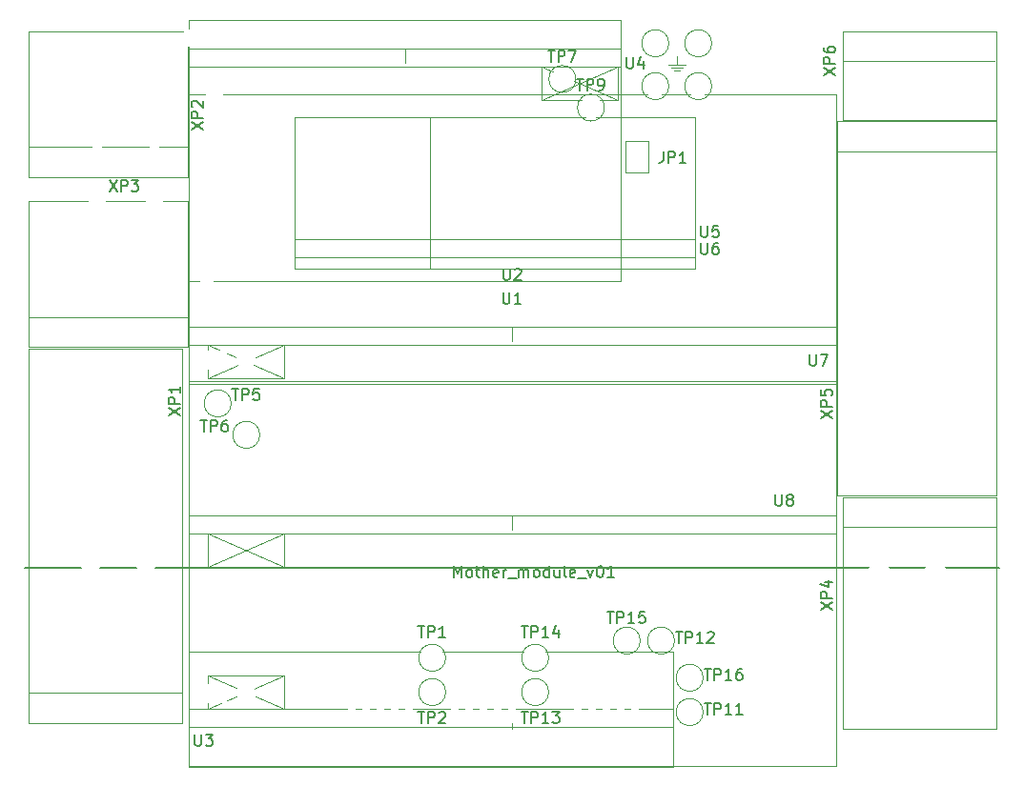
<source format=gbr>
%TF.GenerationSoftware,KiCad,Pcbnew,(5.1.10)-1*%
%TF.CreationDate,2021-06-06T16:07:07+07:00*%
%TF.ProjectId,Mother_module,4d6f7468-6572-45f6-9d6f-64756c652e6b,rev?*%
%TF.SameCoordinates,Original*%
%TF.FileFunction,Legend,Top*%
%TF.FilePolarity,Positive*%
%FSLAX46Y46*%
G04 Gerber Fmt 4.6, Leading zero omitted, Abs format (unit mm)*
G04 Created by KiCad (PCBNEW (5.1.10)-1) date 2021-06-06 16:07:07*
%MOMM*%
%LPD*%
G01*
G04 APERTURE LIST*
%ADD10C,0.120000*%
%ADD11C,0.150000*%
%ADD12C,0.050000*%
%ADD13C,1.900000*%
%ADD14R,1.900000X1.900000*%
%ADD15C,2.000000*%
%ADD16R,1.700000X2.400000*%
%ADD17O,1.700000X2.400000*%
%ADD18C,1.700000*%
%ADD19R,1.700000X1.700000*%
%ADD20R,2.400000X1.700000*%
%ADD21O,2.400000X1.700000*%
%ADD22O,2.000000X2.400000*%
%ADD23C,0.100000*%
%ADD24C,1.600000*%
%ADD25R,0.750000X2.100000*%
G04 APERTURE END LIST*
D10*
X114351000Y-80823000D02*
X114859000Y-80823000D01*
X114097000Y-80569000D02*
X115113000Y-80569000D01*
X113843000Y-80315000D02*
X115367000Y-80315000D01*
X114605000Y-79553000D02*
X114605000Y-80315000D01*
D11*
X56750000Y-125000000D02*
X143249640Y-125000000D01*
X94833571Y-125852380D02*
X94833571Y-124852380D01*
X95166904Y-125566666D01*
X95500238Y-124852380D01*
X95500238Y-125852380D01*
X96119285Y-125852380D02*
X96024047Y-125804761D01*
X95976428Y-125757142D01*
X95928809Y-125661904D01*
X95928809Y-125376190D01*
X95976428Y-125280952D01*
X96024047Y-125233333D01*
X96119285Y-125185714D01*
X96262142Y-125185714D01*
X96357380Y-125233333D01*
X96405000Y-125280952D01*
X96452619Y-125376190D01*
X96452619Y-125661904D01*
X96405000Y-125757142D01*
X96357380Y-125804761D01*
X96262142Y-125852380D01*
X96119285Y-125852380D01*
X96738333Y-125185714D02*
X97119285Y-125185714D01*
X96881190Y-124852380D02*
X96881190Y-125709523D01*
X96928809Y-125804761D01*
X97024047Y-125852380D01*
X97119285Y-125852380D01*
X97452619Y-125852380D02*
X97452619Y-124852380D01*
X97881190Y-125852380D02*
X97881190Y-125328571D01*
X97833571Y-125233333D01*
X97738333Y-125185714D01*
X97595476Y-125185714D01*
X97500238Y-125233333D01*
X97452619Y-125280952D01*
X98738333Y-125804761D02*
X98643095Y-125852380D01*
X98452619Y-125852380D01*
X98357380Y-125804761D01*
X98309761Y-125709523D01*
X98309761Y-125328571D01*
X98357380Y-125233333D01*
X98452619Y-125185714D01*
X98643095Y-125185714D01*
X98738333Y-125233333D01*
X98785952Y-125328571D01*
X98785952Y-125423809D01*
X98309761Y-125519047D01*
X99214523Y-125852380D02*
X99214523Y-125185714D01*
X99214523Y-125376190D02*
X99262142Y-125280952D01*
X99309761Y-125233333D01*
X99405000Y-125185714D01*
X99500238Y-125185714D01*
X99595476Y-125947619D02*
X100357380Y-125947619D01*
X100595476Y-125852380D02*
X100595476Y-125185714D01*
X100595476Y-125280952D02*
X100643095Y-125233333D01*
X100738333Y-125185714D01*
X100881190Y-125185714D01*
X100976428Y-125233333D01*
X101024047Y-125328571D01*
X101024047Y-125852380D01*
X101024047Y-125328571D02*
X101071666Y-125233333D01*
X101166904Y-125185714D01*
X101309761Y-125185714D01*
X101405000Y-125233333D01*
X101452619Y-125328571D01*
X101452619Y-125852380D01*
X102071666Y-125852380D02*
X101976428Y-125804761D01*
X101928809Y-125757142D01*
X101881190Y-125661904D01*
X101881190Y-125376190D01*
X101928809Y-125280952D01*
X101976428Y-125233333D01*
X102071666Y-125185714D01*
X102214523Y-125185714D01*
X102309761Y-125233333D01*
X102357380Y-125280952D01*
X102405000Y-125376190D01*
X102405000Y-125661904D01*
X102357380Y-125757142D01*
X102309761Y-125804761D01*
X102214523Y-125852380D01*
X102071666Y-125852380D01*
X103262142Y-125852380D02*
X103262142Y-124852380D01*
X103262142Y-125804761D02*
X103166904Y-125852380D01*
X102976428Y-125852380D01*
X102881190Y-125804761D01*
X102833571Y-125757142D01*
X102785952Y-125661904D01*
X102785952Y-125376190D01*
X102833571Y-125280952D01*
X102881190Y-125233333D01*
X102976428Y-125185714D01*
X103166904Y-125185714D01*
X103262142Y-125233333D01*
X104166904Y-125185714D02*
X104166904Y-125852380D01*
X103738333Y-125185714D02*
X103738333Y-125709523D01*
X103785952Y-125804761D01*
X103881190Y-125852380D01*
X104024047Y-125852380D01*
X104119285Y-125804761D01*
X104166904Y-125757142D01*
X104785952Y-125852380D02*
X104690714Y-125804761D01*
X104643095Y-125709523D01*
X104643095Y-124852380D01*
X105547857Y-125804761D02*
X105452619Y-125852380D01*
X105262142Y-125852380D01*
X105166904Y-125804761D01*
X105119285Y-125709523D01*
X105119285Y-125328571D01*
X105166904Y-125233333D01*
X105262142Y-125185714D01*
X105452619Y-125185714D01*
X105547857Y-125233333D01*
X105595476Y-125328571D01*
X105595476Y-125423809D01*
X105119285Y-125519047D01*
X105785952Y-125947619D02*
X106547857Y-125947619D01*
X106690714Y-125185714D02*
X106928809Y-125852380D01*
X107166904Y-125185714D01*
X107738333Y-124852380D02*
X107833571Y-124852380D01*
X107928809Y-124900000D01*
X107976428Y-124947619D01*
X108024047Y-125042857D01*
X108071666Y-125233333D01*
X108071666Y-125471428D01*
X108024047Y-125661904D01*
X107976428Y-125757142D01*
X107928809Y-125804761D01*
X107833571Y-125852380D01*
X107738333Y-125852380D01*
X107643095Y-125804761D01*
X107595476Y-125757142D01*
X107547857Y-125661904D01*
X107500238Y-125471428D01*
X107500238Y-125233333D01*
X107547857Y-125042857D01*
X107595476Y-124947619D01*
X107643095Y-124900000D01*
X107738333Y-124852380D01*
X109024047Y-125852380D02*
X108452619Y-125852380D01*
X108738333Y-125852380D02*
X108738333Y-124852380D01*
X108643095Y-124995238D01*
X108547857Y-125090476D01*
X108452619Y-125138095D01*
D12*
%TO.C,XP2*%
X71193000Y-87617000D02*
X57096000Y-87617000D01*
D10*
X71193000Y-77330000D02*
X71193000Y-90284000D01*
X71193000Y-90284000D02*
X57059000Y-90284000D01*
X57059000Y-90284000D02*
X57059000Y-77330000D01*
X57059000Y-77330000D02*
X71193000Y-77330000D01*
D12*
%TO.C,XP6*%
X129442000Y-79998000D02*
X142842000Y-79998000D01*
D10*
X129315000Y-85205000D02*
X129315000Y-77331000D01*
X129315000Y-85205000D02*
X142969000Y-85205000D01*
X142969000Y-85205000D02*
X142969000Y-77331000D01*
X129315000Y-77331000D02*
X142969000Y-77331000D01*
%TO.C,TP10*%
X117710000Y-82220000D02*
G75*
G03*
X117710000Y-82220000I-1200000J0D01*
G01*
%TO.C,TP9*%
X108185000Y-84125000D02*
G75*
G03*
X108185000Y-84125000I-1200000J0D01*
G01*
%TO.C,TP8*%
X117710000Y-78410000D02*
G75*
G03*
X117710000Y-78410000I-1200000J0D01*
G01*
%TO.C,TP7*%
X105645000Y-81585000D02*
G75*
G03*
X105645000Y-81585000I-1200000J0D01*
G01*
%TO.C,U6*%
X80634000Y-84947500D02*
X116194000Y-84947500D01*
X116194000Y-84947500D02*
X116194000Y-98447500D01*
X80634000Y-98447500D02*
X80634000Y-84947500D01*
X80634000Y-95847500D02*
X116194000Y-95847500D01*
X80634000Y-97447500D02*
X116194000Y-97447500D01*
X80634000Y-98447500D02*
X116194000Y-98447500D01*
%TO.C,U4*%
X71300000Y-76310000D02*
X71300000Y-99580000D01*
X71300000Y-99580000D02*
X109654000Y-99580000D01*
X109654000Y-99580000D02*
X109654000Y-76310000D01*
X109654000Y-76310000D02*
X71300000Y-76310000D01*
X71300000Y-80450000D02*
X109654000Y-80450000D01*
X71300000Y-78850000D02*
X109654000Y-78850000D01*
X90475000Y-78850000D02*
X90475000Y-80120000D01*
X102594000Y-80450000D02*
X102594000Y-83450000D01*
X109344000Y-80450000D02*
X109344000Y-83450000D01*
X102594000Y-80450000D02*
X109344000Y-83450000D01*
X109344000Y-83450000D02*
X102594000Y-83450000D01*
X102594000Y-83450000D02*
X109344000Y-80450000D01*
%TO.C,U5*%
X92694000Y-98447500D02*
X116194000Y-98447500D01*
X92694000Y-97447500D02*
X116194000Y-97447500D01*
X92694000Y-95847500D02*
X116194000Y-95847500D01*
X92694000Y-98447500D02*
X92694000Y-84947500D01*
X116194000Y-84947500D02*
X116194000Y-98447500D01*
X92694000Y-84947500D02*
X116194000Y-84947500D01*
%TO.C,U7*%
X72955000Y-108173000D02*
X79705000Y-105173000D01*
X79705000Y-108173000D02*
X72955000Y-108173000D01*
X72955000Y-105173000D02*
X79705000Y-108173000D01*
X100000000Y-103573000D02*
X100000000Y-104843000D01*
X71250000Y-108673000D02*
X71250000Y-82953000D01*
X71250000Y-82953000D02*
X128750000Y-82953000D01*
X128750000Y-82953000D02*
X128750000Y-108673000D01*
X128750000Y-108673000D02*
X71250000Y-108673000D01*
X71250000Y-103573000D02*
X128750000Y-103573000D01*
X71250000Y-105173000D02*
X128750000Y-105173000D01*
X72955000Y-108173000D02*
X72955000Y-105173000D01*
X79705000Y-108173000D02*
X79705000Y-105173000D01*
%TO.C,U8*%
X72955000Y-124979000D02*
X79705000Y-121979000D01*
X79705000Y-124979000D02*
X72955000Y-124979000D01*
X72955000Y-121979000D02*
X79705000Y-124979000D01*
X100000000Y-120379000D02*
X100000000Y-121649000D01*
X71250000Y-142599000D02*
X71250000Y-108441000D01*
X71250000Y-108441000D02*
X128750000Y-108441000D01*
X128750000Y-108441000D02*
X128750000Y-142599000D01*
X128750000Y-142599000D02*
X71250000Y-142599000D01*
X71250000Y-120379000D02*
X128750000Y-120379000D01*
X71250000Y-121979000D02*
X128750000Y-121979000D01*
X72955000Y-124979000D02*
X72955000Y-121979000D01*
X79705000Y-124979000D02*
X79705000Y-121979000D01*
%TO.C,TP4*%
X113900000Y-82220000D02*
G75*
G03*
X113900000Y-82220000I-1200000J0D01*
G01*
%TO.C,TP3*%
X113900000Y-78410000D02*
G75*
G03*
X113900000Y-78410000I-1200000J0D01*
G01*
%TO.C,JP1*%
X112049000Y-89880000D02*
X110049000Y-89880000D01*
X112049000Y-87080000D02*
X112049000Y-89880000D01*
X110049000Y-87080000D02*
X112049000Y-87080000D01*
X110049000Y-89880000D02*
X110049000Y-87080000D01*
D12*
%TO.C,XP3*%
X71186500Y-102730000D02*
X57089500Y-102730000D01*
D10*
X71186500Y-92443000D02*
X71186500Y-105397000D01*
X71186500Y-105397000D02*
X57052500Y-105397000D01*
X57052500Y-105397000D02*
X57052500Y-92443000D01*
X57052500Y-92443000D02*
X71186500Y-92443000D01*
%TO.C,TP16*%
X116948000Y-134798000D02*
G75*
G03*
X116948000Y-134798000I-1200000J0D01*
G01*
%TO.C,TP15*%
X111360000Y-131496000D02*
G75*
G03*
X111360000Y-131496000I-1200000J0D01*
G01*
%TO.C,TP12*%
X114408000Y-131496000D02*
G75*
G03*
X114408000Y-131496000I-1200000J0D01*
G01*
%TO.C,TP11*%
X116948000Y-137846000D02*
G75*
G03*
X116948000Y-137846000I-1200000J0D01*
G01*
%TO.C,TP14*%
X103232000Y-133020000D02*
G75*
G03*
X103232000Y-133020000I-1200000J0D01*
G01*
%TO.C,TP13*%
X103232000Y-136068000D02*
G75*
G03*
X103232000Y-136068000I-1200000J0D01*
G01*
%TO.C,XP1*%
X70698500Y-138798000D02*
X57044500Y-138798000D01*
X57044500Y-105524000D02*
X57044500Y-138798000D01*
X70698500Y-105524000D02*
X57044500Y-105524000D01*
X70698500Y-105524000D02*
X70698500Y-138798000D01*
D12*
X70571500Y-136131000D02*
X57171500Y-136131000D01*
D10*
%TO.C,TP2*%
X94088000Y-136068000D02*
G75*
G03*
X94088000Y-136068000I-1200000J0D01*
G01*
D12*
%TO.C,XP4*%
X129478500Y-121400000D02*
X142878500Y-121400000D01*
D10*
X129351500Y-139307000D02*
X129351500Y-118733000D01*
X129351500Y-139307000D02*
X143005500Y-139307000D01*
X143005500Y-139307000D02*
X143005500Y-118733000D01*
X129351500Y-118733000D02*
X143005500Y-118733000D01*
%TO.C,TP1*%
X94088000Y-133020000D02*
G75*
G03*
X94088000Y-133020000I-1200000J0D01*
G01*
%TO.C,U3*%
X100000000Y-138092000D02*
X100000000Y-139342000D01*
X72955000Y-137592000D02*
X79705000Y-134592000D01*
X79705000Y-134592000D02*
X72955000Y-134592000D01*
X72955000Y-134592000D02*
X79705000Y-137592000D01*
X71250000Y-142692000D02*
X71250000Y-132512000D01*
X71250000Y-132512000D02*
X114303000Y-132512000D01*
X114303000Y-132512000D02*
X114303000Y-142692000D01*
X114303000Y-142692000D02*
X71250000Y-142692000D01*
X71250000Y-137592000D02*
X114303000Y-137592000D01*
X71250000Y-139192000D02*
X114303000Y-139192000D01*
X72955000Y-137592000D02*
X72955000Y-134592000D01*
X79705000Y-137592000D02*
X79705000Y-134592000D01*
D12*
%TO.C,XP5*%
X128870500Y-87999000D02*
X142967500Y-87999000D01*
D10*
X128870500Y-118606000D02*
X128870500Y-85332000D01*
X128870500Y-85332000D02*
X143004500Y-85332000D01*
X143004500Y-85332000D02*
X143004500Y-118606000D01*
X143004500Y-118606000D02*
X128870500Y-118606000D01*
%TO.C,TP6*%
X77578000Y-113208000D02*
G75*
G03*
X77578000Y-113208000I-1200000J0D01*
G01*
%TO.C,TP5*%
X75038000Y-110414000D02*
G75*
G03*
X75038000Y-110414000I-1200000J0D01*
G01*
%TO.C,XP2*%
D11*
X71512380Y-86069523D02*
X72512380Y-85402857D01*
X71512380Y-85402857D02*
X72512380Y-86069523D01*
X72512380Y-85021904D02*
X71512380Y-85021904D01*
X71512380Y-84640952D01*
X71560000Y-84545714D01*
X71607619Y-84498095D01*
X71702857Y-84450476D01*
X71845714Y-84450476D01*
X71940952Y-84498095D01*
X71988571Y-84545714D01*
X72036190Y-84640952D01*
X72036190Y-85021904D01*
X71607619Y-84069523D02*
X71560000Y-84021904D01*
X71512380Y-83926666D01*
X71512380Y-83688571D01*
X71560000Y-83593333D01*
X71607619Y-83545714D01*
X71702857Y-83498095D01*
X71798095Y-83498095D01*
X71940952Y-83545714D01*
X72512380Y-84117142D01*
X72512380Y-83498095D01*
%TO.C,XP6*%
X127646380Y-81243523D02*
X128646380Y-80576857D01*
X127646380Y-80576857D02*
X128646380Y-81243523D01*
X128646380Y-80195904D02*
X127646380Y-80195904D01*
X127646380Y-79814952D01*
X127694000Y-79719714D01*
X127741619Y-79672095D01*
X127836857Y-79624476D01*
X127979714Y-79624476D01*
X128074952Y-79672095D01*
X128122571Y-79719714D01*
X128170190Y-79814952D01*
X128170190Y-80195904D01*
X127646380Y-78767333D02*
X127646380Y-78957809D01*
X127694000Y-79053047D01*
X127741619Y-79100666D01*
X127884476Y-79195904D01*
X128074952Y-79243523D01*
X128455904Y-79243523D01*
X128551142Y-79195904D01*
X128598761Y-79148285D01*
X128646380Y-79053047D01*
X128646380Y-78862571D01*
X128598761Y-78767333D01*
X128551142Y-78719714D01*
X128455904Y-78672095D01*
X128217809Y-78672095D01*
X128122571Y-78719714D01*
X128074952Y-78767333D01*
X128027333Y-78862571D01*
X128027333Y-79053047D01*
X128074952Y-79148285D01*
X128122571Y-79195904D01*
X128217809Y-79243523D01*
%TO.C,TP9*%
X105723095Y-81579380D02*
X106294523Y-81579380D01*
X106008809Y-82579380D02*
X106008809Y-81579380D01*
X106627857Y-82579380D02*
X106627857Y-81579380D01*
X107008809Y-81579380D01*
X107104047Y-81627000D01*
X107151666Y-81674619D01*
X107199285Y-81769857D01*
X107199285Y-81912714D01*
X107151666Y-82007952D01*
X107104047Y-82055571D01*
X107008809Y-82103190D01*
X106627857Y-82103190D01*
X107675476Y-82579380D02*
X107865952Y-82579380D01*
X107961190Y-82531761D01*
X108008809Y-82484142D01*
X108104047Y-82341285D01*
X108151666Y-82150809D01*
X108151666Y-81769857D01*
X108104047Y-81674619D01*
X108056428Y-81627000D01*
X107961190Y-81579380D01*
X107770714Y-81579380D01*
X107675476Y-81627000D01*
X107627857Y-81674619D01*
X107580238Y-81769857D01*
X107580238Y-82007952D01*
X107627857Y-82103190D01*
X107675476Y-82150809D01*
X107770714Y-82198428D01*
X107961190Y-82198428D01*
X108056428Y-82150809D01*
X108104047Y-82103190D01*
X108151666Y-82007952D01*
%TO.C,TP7*%
X103183095Y-79039380D02*
X103754523Y-79039380D01*
X103468809Y-80039380D02*
X103468809Y-79039380D01*
X104087857Y-80039380D02*
X104087857Y-79039380D01*
X104468809Y-79039380D01*
X104564047Y-79087000D01*
X104611666Y-79134619D01*
X104659285Y-79229857D01*
X104659285Y-79372714D01*
X104611666Y-79467952D01*
X104564047Y-79515571D01*
X104468809Y-79563190D01*
X104087857Y-79563190D01*
X104992619Y-79039380D02*
X105659285Y-79039380D01*
X105230714Y-80039380D01*
%TO.C,U6*%
X116764095Y-96150380D02*
X116764095Y-96959904D01*
X116811714Y-97055142D01*
X116859333Y-97102761D01*
X116954571Y-97150380D01*
X117145047Y-97150380D01*
X117240285Y-97102761D01*
X117287904Y-97055142D01*
X117335523Y-96959904D01*
X117335523Y-96150380D01*
X118240285Y-96150380D02*
X118049809Y-96150380D01*
X117954571Y-96198000D01*
X117906952Y-96245619D01*
X117811714Y-96388476D01*
X117764095Y-96578952D01*
X117764095Y-96959904D01*
X117811714Y-97055142D01*
X117859333Y-97102761D01*
X117954571Y-97150380D01*
X118145047Y-97150380D01*
X118240285Y-97102761D01*
X118287904Y-97055142D01*
X118335523Y-96959904D01*
X118335523Y-96721809D01*
X118287904Y-96626571D01*
X118240285Y-96578952D01*
X118145047Y-96531333D01*
X117954571Y-96531333D01*
X117859333Y-96578952D01*
X117811714Y-96626571D01*
X117764095Y-96721809D01*
%TO.C,U4*%
X110160095Y-79640380D02*
X110160095Y-80449904D01*
X110207714Y-80545142D01*
X110255333Y-80592761D01*
X110350571Y-80640380D01*
X110541047Y-80640380D01*
X110636285Y-80592761D01*
X110683904Y-80545142D01*
X110731523Y-80449904D01*
X110731523Y-79640380D01*
X111636285Y-79973714D02*
X111636285Y-80640380D01*
X111398190Y-79592761D02*
X111160095Y-80307047D01*
X111779142Y-80307047D01*
%TO.C,U5*%
X116764095Y-94626380D02*
X116764095Y-95435904D01*
X116811714Y-95531142D01*
X116859333Y-95578761D01*
X116954571Y-95626380D01*
X117145047Y-95626380D01*
X117240285Y-95578761D01*
X117287904Y-95531142D01*
X117335523Y-95435904D01*
X117335523Y-94626380D01*
X118287904Y-94626380D02*
X117811714Y-94626380D01*
X117764095Y-95102571D01*
X117811714Y-95054952D01*
X117906952Y-95007333D01*
X118145047Y-95007333D01*
X118240285Y-95054952D01*
X118287904Y-95102571D01*
X118335523Y-95197809D01*
X118335523Y-95435904D01*
X118287904Y-95531142D01*
X118240285Y-95578761D01*
X118145047Y-95626380D01*
X117906952Y-95626380D01*
X117811714Y-95578761D01*
X117764095Y-95531142D01*
%TO.C,U7*%
X126416095Y-106056380D02*
X126416095Y-106865904D01*
X126463714Y-106961142D01*
X126511333Y-107008761D01*
X126606571Y-107056380D01*
X126797047Y-107056380D01*
X126892285Y-107008761D01*
X126939904Y-106961142D01*
X126987523Y-106865904D01*
X126987523Y-106056380D01*
X127368476Y-106056380D02*
X128035142Y-106056380D01*
X127606571Y-107056380D01*
%TO.C,U8*%
X123368095Y-118502380D02*
X123368095Y-119311904D01*
X123415714Y-119407142D01*
X123463333Y-119454761D01*
X123558571Y-119502380D01*
X123749047Y-119502380D01*
X123844285Y-119454761D01*
X123891904Y-119407142D01*
X123939523Y-119311904D01*
X123939523Y-118502380D01*
X124558571Y-118930952D02*
X124463333Y-118883333D01*
X124415714Y-118835714D01*
X124368095Y-118740476D01*
X124368095Y-118692857D01*
X124415714Y-118597619D01*
X124463333Y-118550000D01*
X124558571Y-118502380D01*
X124749047Y-118502380D01*
X124844285Y-118550000D01*
X124891904Y-118597619D01*
X124939523Y-118692857D01*
X124939523Y-118740476D01*
X124891904Y-118835714D01*
X124844285Y-118883333D01*
X124749047Y-118930952D01*
X124558571Y-118930952D01*
X124463333Y-118978571D01*
X124415714Y-119026190D01*
X124368095Y-119121428D01*
X124368095Y-119311904D01*
X124415714Y-119407142D01*
X124463333Y-119454761D01*
X124558571Y-119502380D01*
X124749047Y-119502380D01*
X124844285Y-119454761D01*
X124891904Y-119407142D01*
X124939523Y-119311904D01*
X124939523Y-119121428D01*
X124891904Y-119026190D01*
X124844285Y-118978571D01*
X124749047Y-118930952D01*
%TO.C,JP1*%
X113407666Y-88040380D02*
X113407666Y-88754666D01*
X113360047Y-88897523D01*
X113264809Y-88992761D01*
X113121952Y-89040380D01*
X113026714Y-89040380D01*
X113883857Y-89040380D02*
X113883857Y-88040380D01*
X114264809Y-88040380D01*
X114360047Y-88088000D01*
X114407666Y-88135619D01*
X114455285Y-88230857D01*
X114455285Y-88373714D01*
X114407666Y-88468952D01*
X114360047Y-88516571D01*
X114264809Y-88564190D01*
X113883857Y-88564190D01*
X115407666Y-89040380D02*
X114836238Y-89040380D01*
X115121952Y-89040380D02*
X115121952Y-88040380D01*
X115026714Y-88183238D01*
X114931476Y-88278476D01*
X114836238Y-88326095D01*
%TO.C,XP3*%
X64216976Y-90562380D02*
X64883642Y-91562380D01*
X64883642Y-90562380D02*
X64216976Y-91562380D01*
X65264595Y-91562380D02*
X65264595Y-90562380D01*
X65645547Y-90562380D01*
X65740785Y-90610000D01*
X65788404Y-90657619D01*
X65836023Y-90752857D01*
X65836023Y-90895714D01*
X65788404Y-90990952D01*
X65740785Y-91038571D01*
X65645547Y-91086190D01*
X65264595Y-91086190D01*
X66169357Y-90562380D02*
X66788404Y-90562380D01*
X66455071Y-90943333D01*
X66597928Y-90943333D01*
X66693166Y-90990952D01*
X66740785Y-91038571D01*
X66788404Y-91133809D01*
X66788404Y-91371904D01*
X66740785Y-91467142D01*
X66693166Y-91514761D01*
X66597928Y-91562380D01*
X66312214Y-91562380D01*
X66216976Y-91514761D01*
X66169357Y-91467142D01*
%TO.C,TP16*%
X117057904Y-133996380D02*
X117629333Y-133996380D01*
X117343619Y-134996380D02*
X117343619Y-133996380D01*
X117962666Y-134996380D02*
X117962666Y-133996380D01*
X118343619Y-133996380D01*
X118438857Y-134044000D01*
X118486476Y-134091619D01*
X118534095Y-134186857D01*
X118534095Y-134329714D01*
X118486476Y-134424952D01*
X118438857Y-134472571D01*
X118343619Y-134520190D01*
X117962666Y-134520190D01*
X119486476Y-134996380D02*
X118915047Y-134996380D01*
X119200761Y-134996380D02*
X119200761Y-133996380D01*
X119105523Y-134139238D01*
X119010285Y-134234476D01*
X118915047Y-134282095D01*
X120343619Y-133996380D02*
X120153142Y-133996380D01*
X120057904Y-134044000D01*
X120010285Y-134091619D01*
X119915047Y-134234476D01*
X119867428Y-134424952D01*
X119867428Y-134805904D01*
X119915047Y-134901142D01*
X119962666Y-134948761D01*
X120057904Y-134996380D01*
X120248380Y-134996380D01*
X120343619Y-134948761D01*
X120391238Y-134901142D01*
X120438857Y-134805904D01*
X120438857Y-134567809D01*
X120391238Y-134472571D01*
X120343619Y-134424952D01*
X120248380Y-134377333D01*
X120057904Y-134377333D01*
X119962666Y-134424952D01*
X119915047Y-134472571D01*
X119867428Y-134567809D01*
%TO.C,TP15*%
X108421904Y-128916380D02*
X108993333Y-128916380D01*
X108707619Y-129916380D02*
X108707619Y-128916380D01*
X109326666Y-129916380D02*
X109326666Y-128916380D01*
X109707619Y-128916380D01*
X109802857Y-128964000D01*
X109850476Y-129011619D01*
X109898095Y-129106857D01*
X109898095Y-129249714D01*
X109850476Y-129344952D01*
X109802857Y-129392571D01*
X109707619Y-129440190D01*
X109326666Y-129440190D01*
X110850476Y-129916380D02*
X110279047Y-129916380D01*
X110564761Y-129916380D02*
X110564761Y-128916380D01*
X110469523Y-129059238D01*
X110374285Y-129154476D01*
X110279047Y-129202095D01*
X111755238Y-128916380D02*
X111279047Y-128916380D01*
X111231428Y-129392571D01*
X111279047Y-129344952D01*
X111374285Y-129297333D01*
X111612380Y-129297333D01*
X111707619Y-129344952D01*
X111755238Y-129392571D01*
X111802857Y-129487809D01*
X111802857Y-129725904D01*
X111755238Y-129821142D01*
X111707619Y-129868761D01*
X111612380Y-129916380D01*
X111374285Y-129916380D01*
X111279047Y-129868761D01*
X111231428Y-129821142D01*
%TO.C,TP12*%
X114517904Y-130694380D02*
X115089333Y-130694380D01*
X114803619Y-131694380D02*
X114803619Y-130694380D01*
X115422666Y-131694380D02*
X115422666Y-130694380D01*
X115803619Y-130694380D01*
X115898857Y-130742000D01*
X115946476Y-130789619D01*
X115994095Y-130884857D01*
X115994095Y-131027714D01*
X115946476Y-131122952D01*
X115898857Y-131170571D01*
X115803619Y-131218190D01*
X115422666Y-131218190D01*
X116946476Y-131694380D02*
X116375047Y-131694380D01*
X116660761Y-131694380D02*
X116660761Y-130694380D01*
X116565523Y-130837238D01*
X116470285Y-130932476D01*
X116375047Y-130980095D01*
X117327428Y-130789619D02*
X117375047Y-130742000D01*
X117470285Y-130694380D01*
X117708380Y-130694380D01*
X117803619Y-130742000D01*
X117851238Y-130789619D01*
X117898857Y-130884857D01*
X117898857Y-130980095D01*
X117851238Y-131122952D01*
X117279809Y-131694380D01*
X117898857Y-131694380D01*
%TO.C,TP11*%
X117057904Y-137044380D02*
X117629333Y-137044380D01*
X117343619Y-138044380D02*
X117343619Y-137044380D01*
X117962666Y-138044380D02*
X117962666Y-137044380D01*
X118343619Y-137044380D01*
X118438857Y-137092000D01*
X118486476Y-137139619D01*
X118534095Y-137234857D01*
X118534095Y-137377714D01*
X118486476Y-137472952D01*
X118438857Y-137520571D01*
X118343619Y-137568190D01*
X117962666Y-137568190D01*
X119486476Y-138044380D02*
X118915047Y-138044380D01*
X119200761Y-138044380D02*
X119200761Y-137044380D01*
X119105523Y-137187238D01*
X119010285Y-137282476D01*
X118915047Y-137330095D01*
X120438857Y-138044380D02*
X119867428Y-138044380D01*
X120153142Y-138044380D02*
X120153142Y-137044380D01*
X120057904Y-137187238D01*
X119962666Y-137282476D01*
X119867428Y-137330095D01*
%TO.C,TP14*%
X100801904Y-130186380D02*
X101373333Y-130186380D01*
X101087619Y-131186380D02*
X101087619Y-130186380D01*
X101706666Y-131186380D02*
X101706666Y-130186380D01*
X102087619Y-130186380D01*
X102182857Y-130234000D01*
X102230476Y-130281619D01*
X102278095Y-130376857D01*
X102278095Y-130519714D01*
X102230476Y-130614952D01*
X102182857Y-130662571D01*
X102087619Y-130710190D01*
X101706666Y-130710190D01*
X103230476Y-131186380D02*
X102659047Y-131186380D01*
X102944761Y-131186380D02*
X102944761Y-130186380D01*
X102849523Y-130329238D01*
X102754285Y-130424476D01*
X102659047Y-130472095D01*
X104087619Y-130519714D02*
X104087619Y-131186380D01*
X103849523Y-130138761D02*
X103611428Y-130853047D01*
X104230476Y-130853047D01*
%TO.C,TP13*%
X100801904Y-137806380D02*
X101373333Y-137806380D01*
X101087619Y-138806380D02*
X101087619Y-137806380D01*
X101706666Y-138806380D02*
X101706666Y-137806380D01*
X102087619Y-137806380D01*
X102182857Y-137854000D01*
X102230476Y-137901619D01*
X102278095Y-137996857D01*
X102278095Y-138139714D01*
X102230476Y-138234952D01*
X102182857Y-138282571D01*
X102087619Y-138330190D01*
X101706666Y-138330190D01*
X103230476Y-138806380D02*
X102659047Y-138806380D01*
X102944761Y-138806380D02*
X102944761Y-137806380D01*
X102849523Y-137949238D01*
X102754285Y-138044476D01*
X102659047Y-138092095D01*
X103563809Y-137806380D02*
X104182857Y-137806380D01*
X103849523Y-138187333D01*
X103992380Y-138187333D01*
X104087619Y-138234952D01*
X104135238Y-138282571D01*
X104182857Y-138377809D01*
X104182857Y-138615904D01*
X104135238Y-138711142D01*
X104087619Y-138758761D01*
X103992380Y-138806380D01*
X103706666Y-138806380D01*
X103611428Y-138758761D01*
X103563809Y-138711142D01*
%TO.C,XP1*%
X69480380Y-111469523D02*
X70480380Y-110802857D01*
X69480380Y-110802857D02*
X70480380Y-111469523D01*
X70480380Y-110421904D02*
X69480380Y-110421904D01*
X69480380Y-110040952D01*
X69528000Y-109945714D01*
X69575619Y-109898095D01*
X69670857Y-109850476D01*
X69813714Y-109850476D01*
X69908952Y-109898095D01*
X69956571Y-109945714D01*
X70004190Y-110040952D01*
X70004190Y-110421904D01*
X70480380Y-108898095D02*
X70480380Y-109469523D01*
X70480380Y-109183809D02*
X69480380Y-109183809D01*
X69623238Y-109279047D01*
X69718476Y-109374285D01*
X69766095Y-109469523D01*
%TO.C,TP2*%
X91626095Y-137806380D02*
X92197523Y-137806380D01*
X91911809Y-138806380D02*
X91911809Y-137806380D01*
X92530857Y-138806380D02*
X92530857Y-137806380D01*
X92911809Y-137806380D01*
X93007047Y-137854000D01*
X93054666Y-137901619D01*
X93102285Y-137996857D01*
X93102285Y-138139714D01*
X93054666Y-138234952D01*
X93007047Y-138282571D01*
X92911809Y-138330190D01*
X92530857Y-138330190D01*
X93483238Y-137901619D02*
X93530857Y-137854000D01*
X93626095Y-137806380D01*
X93864190Y-137806380D01*
X93959428Y-137854000D01*
X94007047Y-137901619D01*
X94054666Y-137996857D01*
X94054666Y-138092095D01*
X94007047Y-138234952D01*
X93435619Y-138806380D01*
X94054666Y-138806380D01*
%TO.C,XP4*%
X127392380Y-128741523D02*
X128392380Y-128074857D01*
X127392380Y-128074857D02*
X128392380Y-128741523D01*
X128392380Y-127693904D02*
X127392380Y-127693904D01*
X127392380Y-127312952D01*
X127440000Y-127217714D01*
X127487619Y-127170095D01*
X127582857Y-127122476D01*
X127725714Y-127122476D01*
X127820952Y-127170095D01*
X127868571Y-127217714D01*
X127916190Y-127312952D01*
X127916190Y-127693904D01*
X127725714Y-126265333D02*
X128392380Y-126265333D01*
X127344761Y-126503428D02*
X128059047Y-126741523D01*
X128059047Y-126122476D01*
%TO.C,TP1*%
X91626095Y-130186380D02*
X92197523Y-130186380D01*
X91911809Y-131186380D02*
X91911809Y-130186380D01*
X92530857Y-131186380D02*
X92530857Y-130186380D01*
X92911809Y-130186380D01*
X93007047Y-130234000D01*
X93054666Y-130281619D01*
X93102285Y-130376857D01*
X93102285Y-130519714D01*
X93054666Y-130614952D01*
X93007047Y-130662571D01*
X92911809Y-130710190D01*
X92530857Y-130710190D01*
X94054666Y-131186380D02*
X93483238Y-131186380D01*
X93768952Y-131186380D02*
X93768952Y-130186380D01*
X93673714Y-130329238D01*
X93578476Y-130424476D01*
X93483238Y-130472095D01*
%TO.C,U3*%
X71806095Y-139838380D02*
X71806095Y-140647904D01*
X71853714Y-140743142D01*
X71901333Y-140790761D01*
X71996571Y-140838380D01*
X72187047Y-140838380D01*
X72282285Y-140790761D01*
X72329904Y-140743142D01*
X72377523Y-140647904D01*
X72377523Y-139838380D01*
X72758476Y-139838380D02*
X73377523Y-139838380D01*
X73044190Y-140219333D01*
X73187047Y-140219333D01*
X73282285Y-140266952D01*
X73329904Y-140314571D01*
X73377523Y-140409809D01*
X73377523Y-140647904D01*
X73329904Y-140743142D01*
X73282285Y-140790761D01*
X73187047Y-140838380D01*
X72901333Y-140838380D01*
X72806095Y-140790761D01*
X72758476Y-140743142D01*
%TO.C,XP5*%
X127392380Y-111723523D02*
X128392380Y-111056857D01*
X127392380Y-111056857D02*
X128392380Y-111723523D01*
X128392380Y-110675904D02*
X127392380Y-110675904D01*
X127392380Y-110294952D01*
X127440000Y-110199714D01*
X127487619Y-110152095D01*
X127582857Y-110104476D01*
X127725714Y-110104476D01*
X127820952Y-110152095D01*
X127868571Y-110199714D01*
X127916190Y-110294952D01*
X127916190Y-110675904D01*
X127392380Y-109199714D02*
X127392380Y-109675904D01*
X127868571Y-109723523D01*
X127820952Y-109675904D01*
X127773333Y-109580666D01*
X127773333Y-109342571D01*
X127820952Y-109247333D01*
X127868571Y-109199714D01*
X127963809Y-109152095D01*
X128201904Y-109152095D01*
X128297142Y-109199714D01*
X128344761Y-109247333D01*
X128392380Y-109342571D01*
X128392380Y-109580666D01*
X128344761Y-109675904D01*
X128297142Y-109723523D01*
%TO.C,TP6*%
X72322095Y-111898380D02*
X72893523Y-111898380D01*
X72607809Y-112898380D02*
X72607809Y-111898380D01*
X73226857Y-112898380D02*
X73226857Y-111898380D01*
X73607809Y-111898380D01*
X73703047Y-111946000D01*
X73750666Y-111993619D01*
X73798285Y-112088857D01*
X73798285Y-112231714D01*
X73750666Y-112326952D01*
X73703047Y-112374571D01*
X73607809Y-112422190D01*
X73226857Y-112422190D01*
X74655428Y-111898380D02*
X74464952Y-111898380D01*
X74369714Y-111946000D01*
X74322095Y-111993619D01*
X74226857Y-112136476D01*
X74179238Y-112326952D01*
X74179238Y-112707904D01*
X74226857Y-112803142D01*
X74274476Y-112850761D01*
X74369714Y-112898380D01*
X74560190Y-112898380D01*
X74655428Y-112850761D01*
X74703047Y-112803142D01*
X74750666Y-112707904D01*
X74750666Y-112469809D01*
X74703047Y-112374571D01*
X74655428Y-112326952D01*
X74560190Y-112279333D01*
X74369714Y-112279333D01*
X74274476Y-112326952D01*
X74226857Y-112374571D01*
X74179238Y-112469809D01*
%TO.C,TP5*%
X75116095Y-109104380D02*
X75687523Y-109104380D01*
X75401809Y-110104380D02*
X75401809Y-109104380D01*
X76020857Y-110104380D02*
X76020857Y-109104380D01*
X76401809Y-109104380D01*
X76497047Y-109152000D01*
X76544666Y-109199619D01*
X76592285Y-109294857D01*
X76592285Y-109437714D01*
X76544666Y-109532952D01*
X76497047Y-109580571D01*
X76401809Y-109628190D01*
X76020857Y-109628190D01*
X77497047Y-109104380D02*
X77020857Y-109104380D01*
X76973238Y-109580571D01*
X77020857Y-109532952D01*
X77116095Y-109485333D01*
X77354190Y-109485333D01*
X77449428Y-109532952D01*
X77497047Y-109580571D01*
X77544666Y-109675809D01*
X77544666Y-109913904D01*
X77497047Y-110009142D01*
X77449428Y-110056761D01*
X77354190Y-110104380D01*
X77116095Y-110104380D01*
X77020857Y-110056761D01*
X76973238Y-110009142D01*
%TO.C,U1*%
X99187295Y-100557280D02*
X99187295Y-101366804D01*
X99234914Y-101462042D01*
X99282533Y-101509661D01*
X99377771Y-101557280D01*
X99568247Y-101557280D01*
X99663485Y-101509661D01*
X99711104Y-101462042D01*
X99758723Y-101366804D01*
X99758723Y-100557280D01*
X100758723Y-101557280D02*
X100187295Y-101557280D01*
X100473009Y-101557280D02*
X100473009Y-100557280D01*
X100377771Y-100700138D01*
X100282533Y-100795376D01*
X100187295Y-100842995D01*
%TO.C,U2*%
X99211295Y-98436380D02*
X99211295Y-99245904D01*
X99258914Y-99341142D01*
X99306533Y-99388761D01*
X99401771Y-99436380D01*
X99592247Y-99436380D01*
X99687485Y-99388761D01*
X99735104Y-99341142D01*
X99782723Y-99245904D01*
X99782723Y-98436380D01*
X100211295Y-98531619D02*
X100258914Y-98484000D01*
X100354152Y-98436380D01*
X100592247Y-98436380D01*
X100687485Y-98484000D01*
X100735104Y-98531619D01*
X100782723Y-98626857D01*
X100782723Y-98722095D01*
X100735104Y-98864952D01*
X100163676Y-99436380D01*
X100782723Y-99436380D01*
%TD*%
%LPC*%
D13*
%TO.C,XP2*%
X61646000Y-84887000D03*
X69166000Y-84887000D03*
D14*
X61646000Y-79807000D03*
D13*
X69166000Y-79807000D03*
%TD*%
%TO.C,XP6*%
X137492000Y-81458000D03*
X132512000Y-81458000D03*
D14*
X137492000Y-83998000D03*
D13*
X132512000Y-83998000D03*
%TD*%
D15*
%TO.C,TP10*%
X116510000Y-82220000D03*
%TD*%
%TO.C,TP9*%
X106985000Y-84125000D03*
%TD*%
%TO.C,TP8*%
X116510000Y-78410000D03*
%TD*%
%TO.C,TP7*%
X104445000Y-81585000D03*
%TD*%
D16*
%TO.C,U6*%
X83744000Y-92697500D03*
D17*
X88824000Y-92697500D03*
X111684000Y-92697500D03*
X114224000Y-92697500D03*
%TD*%
D18*
%TO.C,U4*%
X106860000Y-77470000D03*
D19*
X104320000Y-77470000D03*
D20*
X75618000Y-77470000D03*
X80698000Y-77470000D03*
D21*
X85778000Y-77470000D03*
D20*
X91620000Y-77470000D03*
D21*
X96700000Y-77470000D03*
%TD*%
D16*
%TO.C,U5*%
X93904000Y-92697500D03*
D17*
X98984000Y-92697500D03*
X111684000Y-92697500D03*
X114224000Y-92697500D03*
%TD*%
D22*
%TO.C,U7*%
X124336000Y-106553000D03*
X118240000Y-106553000D03*
X111890000Y-106553000D03*
D19*
X73790000Y-106553000D03*
D18*
X76330000Y-106553000D03*
D22*
X92840000Y-106553000D03*
X99190000Y-106553000D03*
X105540000Y-106553000D03*
%TD*%
D19*
%TO.C,U8*%
X73790000Y-118999000D03*
D18*
X76330000Y-118999000D03*
D22*
X90300000Y-118999000D03*
X85220000Y-118999000D03*
X127130000Y-118999000D03*
%TD*%
D15*
%TO.C,TP4*%
X112700000Y-82220000D03*
%TD*%
%TO.C,TP3*%
X112700000Y-78410000D03*
%TD*%
D23*
%TO.C,JP1*%
G36*
X111049000Y-88205000D02*
G01*
X111799000Y-88705000D01*
X111799000Y-89705000D01*
X110299000Y-89705000D01*
X110299000Y-88705000D01*
X111049000Y-88205000D01*
G37*
G36*
X111799000Y-87255000D02*
G01*
X111799000Y-88405000D01*
X111049000Y-87905000D01*
X110299000Y-88405000D01*
X110299000Y-87255000D01*
X111799000Y-87255000D01*
G37*
%TD*%
D24*
%TO.C,RV1*%
X71482000Y-77982000D03*
X73582000Y-82982000D03*
%TD*%
%TO.C,RV2*%
X72902000Y-99052000D03*
X77902000Y-96952000D03*
%TD*%
%TO.C,F2*%
X68193500Y-92634000D03*
X78353500Y-92634000D03*
X63113500Y-92634000D03*
X73273500Y-92634000D03*
%TD*%
D13*
%TO.C,XP3*%
X61639500Y-100000000D03*
X69159500Y-100000000D03*
D14*
X61639500Y-94920000D03*
D13*
X69159500Y-94920000D03*
%TD*%
D15*
%TO.C,TP16*%
X115748000Y-134798000D03*
%TD*%
%TO.C,TP15*%
X110160000Y-131496000D03*
%TD*%
%TO.C,TP12*%
X113208000Y-131496000D03*
%TD*%
%TO.C,TP11*%
X115748000Y-137846000D03*
%TD*%
%TO.C,TP14*%
X102032000Y-133020000D03*
%TD*%
%TO.C,TP13*%
X102032000Y-136068000D03*
%TD*%
D13*
%TO.C,XP1*%
X67501500Y-134671000D03*
X62521500Y-134671000D03*
X62521500Y-132131000D03*
X67501500Y-132131000D03*
X67501500Y-129591000D03*
X62521500Y-129591000D03*
X67501500Y-127051000D03*
X62521500Y-127051000D03*
X62521500Y-124511000D03*
X67501500Y-124511000D03*
X62521500Y-121971000D03*
X67501500Y-121971000D03*
X62521500Y-119431000D03*
X67501500Y-119431000D03*
X62521500Y-116891000D03*
X67501500Y-116891000D03*
X62521500Y-114351000D03*
X67501500Y-114351000D03*
X62521500Y-111811000D03*
X67501500Y-111811000D03*
X62521500Y-109271000D03*
X67501500Y-109271000D03*
D14*
X62521500Y-106731000D03*
D13*
X67501500Y-106731000D03*
%TD*%
D15*
%TO.C,TP2*%
X92888000Y-136068000D03*
%TD*%
D13*
%TO.C,XP4*%
X137528500Y-122860000D03*
X132548500Y-122860000D03*
X137528500Y-125400000D03*
X132548500Y-125400000D03*
X137528500Y-127940000D03*
X132548500Y-127940000D03*
X137528500Y-130480000D03*
X132548500Y-130480000D03*
X137528500Y-133020000D03*
X132548500Y-133020000D03*
X137528500Y-135560000D03*
X132548500Y-135560000D03*
D14*
X137528500Y-138100000D03*
D13*
X132548500Y-138100000D03*
%TD*%
D15*
%TO.C,TP1*%
X92888000Y-133020000D03*
%TD*%
D25*
%TO.C,U3*%
X110922000Y-137842000D03*
X110922000Y-134242000D03*
X109652000Y-137842000D03*
X109652000Y-134242000D03*
X108382000Y-137842000D03*
X108382000Y-134242000D03*
X107112000Y-137842000D03*
X107112000Y-134242000D03*
X105842000Y-137842000D03*
X105842000Y-134242000D03*
X100000000Y-137842000D03*
X100000000Y-134242000D03*
X98730000Y-137842000D03*
X98730000Y-134242000D03*
X97460000Y-137842000D03*
X97460000Y-134242000D03*
X96190000Y-137842000D03*
X96190000Y-134242000D03*
X94920000Y-137842000D03*
X94920000Y-134242000D03*
X90856000Y-137842000D03*
X90856000Y-134242000D03*
X89586000Y-137842000D03*
X89586000Y-134242000D03*
X88316000Y-137842000D03*
X88316000Y-134242000D03*
X87046000Y-137842000D03*
X87046000Y-134242000D03*
X85776000Y-137842000D03*
X85776000Y-134242000D03*
D18*
X78870000Y-136212000D03*
X76330000Y-136212000D03*
D19*
X73790000Y-136212000D03*
%TD*%
D13*
%TO.C,XP5*%
X138417500Y-90729000D03*
X130897500Y-90729000D03*
X138417500Y-95809000D03*
X130897500Y-95809000D03*
X138417500Y-100889000D03*
X130897500Y-100889000D03*
X138417500Y-105969000D03*
X130897500Y-105969000D03*
X138417500Y-111049000D03*
X130897500Y-111049000D03*
D14*
X138417500Y-116129000D03*
D13*
X130897500Y-116129000D03*
%TD*%
D15*
%TO.C,TP6*%
X76378000Y-113208000D03*
%TD*%
%TO.C,TP5*%
X73838000Y-110414000D03*
%TD*%
D24*
%TO.C,F1*%
X68193500Y-87046000D03*
X78353500Y-87046000D03*
X63113500Y-87046000D03*
X73273500Y-87046000D03*
%TD*%
M02*

</source>
